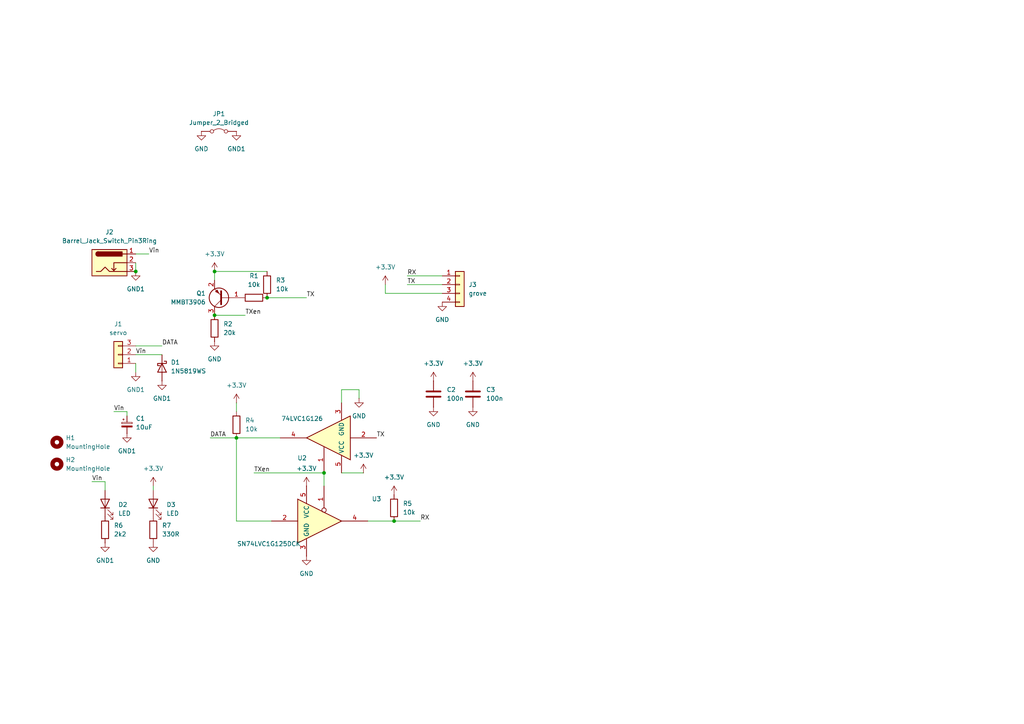
<source format=kicad_sch>
(kicad_sch (version 20250114) (generator "eeschema") (generator_version "9.0")
  (paper "A4")
  (lib_symbols
    (symbol "74xGxx:74LVC1G126"
      (property "Reference" "U" (at 2.54 7.62 0))
      (property "Value" "74LVC1G126" (at 2.54 -7.62 0))
      (symbol "74LVC1G126_0_1"
        (polyline (pts (xy -7.62 6.35) (xy -7.62 -6.35) (xy 5.08 0) (xy -7.62 6.35)) (stroke (width 0.254)) (fill (type background)))
      )
      (symbol "74LVC1G126_1_1"
        (pin input line (at -15.24 0 0) (length 7.62) (name "~") (number "2"))
        (pin power_in line (at -5.08 10.16 270) (length 5.08) (name "VCC") (number "5"))
        (pin power_in line (at -5.08 -10.16 90) (length 5.08) (name "GND") (number "3"))
        (pin input line (at 0 10.16 270) (length 7.62) (name "~") (number "1"))
        (pin tri_state line (at 12.7 0 180) (length 7.62) (name "~") (number "4"))
      )
    )
    (symbol "74xGxx:SN74LVC1G125DCK"
      (property "Reference" "U" (at -10.16 7.62 0))
      (property "Value" "SN74LVC1G125DCK" (at 2.54 -7.62 0))
      (symbol "SN74LVC1G125DCK_0_1"
        (polyline (pts (xy -7.62 6.35) (xy -7.62 -6.35) (xy 5.08 0) (xy -7.62 6.35)) (stroke (width 0.254)) (fill (type background)))
      )
      (symbol "SN74LVC1G125DCK_1_1"
        (pin input line (at -15.24 0 0) (length 7.62) (name "~") (number "2"))
        (pin power_in line (at -5.08 10.16 270) (length 5.08) (name "VCC") (number "5"))
        (pin power_in line (at -5.08 -10.16 90) (length 5.08) (name "GND") (number "3"))
        (pin input inverted (at 0 10.16 270) (length 7.62) (name "~") (number "1"))
        (pin tri_state line (at 12.7 0 180) (length 7.62) (name "~") (number "4"))
      )
    )
    (symbol "Connector:Barrel_Jack_Switch_Pin3Ring" (pin_names (hide yes))
      (property "Reference" "J" (at 0 5.334 0))
      (property "Value" "Barrel_Jack_Switch_Pin3Ring" (at 0 -5.08 0))
      (symbol "Barrel_Jack_Switch_Pin3Ring_0_1"
        (rectangle (start -5.08 3.81) (end 5.08 -3.81) (stroke (width 0.254)) (fill (type background)))
        (polyline (pts (xy -3.81 -2.54) (xy -2.54 -2.54) (xy -1.27 -1.27) (xy 0 -2.54) (xy 2.54 -2.54) (xy 5.08 -2.54)) (stroke (width 0.254)))
        (arc (start -3.302 1.905) (mid -3.9343 2.54) (end -3.302 3.175) (stroke (width 0.254)))
        (arc (start -3.302 1.905) (mid -3.9343 2.54) (end -3.302 3.175) (stroke (width 0.254)) (fill (type outline)))
        (polyline (pts (xy 1.27 -2.286) (xy 1.905 -1.651)) (stroke (width 0.254)))
        (rectangle (start 3.683 3.175) (end -3.302 1.905) (stroke (width 0.254)) (fill (type outline)))
        (polyline (pts (xy 5.08 2.54) (xy 3.81 2.54)) (stroke (width 0.254)))
        (polyline (pts (xy 5.08 0) (xy 1.27 0) (xy 1.27 -2.286) (xy 0.635 -1.651)) (stroke (width 0.254)))
      )
      (symbol "Barrel_Jack_Switch_Pin3Ring_1_1"
        (pin passive line (at 7.62 2.54 180) (length 2.54) (name "~") (number "1"))
        (pin passive line (at 7.62 0 180) (length 2.54) (name "~") (number "2"))
        (pin passive line (at 7.62 -2.54 180) (length 2.54) (name "~") (number "3"))
      )
    )
    (symbol "Connector_Generic:Conn_01x03" (pin_names (offset 1.016) (hide yes))
      (property "Reference" "J" (at 0 5.08 0))
      (property "Value" "Conn_01x03" (at 0 -5.08 0))
      (symbol "Conn_01x03_1_1"
        (rectangle (start -1.27 3.81) (end 1.27 -3.81) (stroke (width 0.254)) (fill (type background)))
        (rectangle (start -1.27 2.667) (end 0 2.413) (stroke (width 0.1524)))
        (rectangle (start -1.27 0.127) (end 0 -0.127) (stroke (width 0.1524)))
        (rectangle (start -1.27 -2.413) (end 0 -2.667) (stroke (width 0.1524)))
        (pin passive line (at -5.08 2.54 0) (length 3.81) (name "Pin_1") (number "1"))
        (pin passive line (at -5.08 0 0) (length 3.81) (name "Pin_2") (number "2"))
        (pin passive line (at -5.08 -2.54 0) (length 3.81) (name "Pin_3") (number "3"))
      )
    )
    (symbol "Connector_Generic:Conn_01x04" (pin_names (offset 1.016) (hide yes))
      (property "Reference" "J" (at 0 5.08 0))
      (property "Value" "Conn_01x04" (at 0 -7.62 0))
      (symbol "Conn_01x04_1_1"
        (rectangle (start -1.27 3.81) (end 1.27 -6.35) (stroke (width 0.254)) (fill (type background)))
        (rectangle (start -1.27 2.667) (end 0 2.413) (stroke (width 0.1524)))
        (rectangle (start -1.27 0.127) (end 0 -0.127) (stroke (width 0.1524)))
        (rectangle (start -1.27 -2.413) (end 0 -2.667) (stroke (width 0.1524)))
        (rectangle (start -1.27 -4.953) (end 0 -5.207) (stroke (width 0.1524)))
        (pin passive line (at -5.08 2.54 0) (length 3.81) (name "Pin_1") (number "1"))
        (pin passive line (at -5.08 0 0) (length 3.81) (name "Pin_2") (number "2"))
        (pin passive line (at -5.08 -2.54 0) (length 3.81) (name "Pin_3") (number "3"))
        (pin passive line (at -5.08 -5.08 0) (length 3.81) (name "Pin_4") (number "4"))
      )
    )
    (symbol "Device:C" (pin_numbers (hide yes)) (pin_names (offset 0.254))
      (property "Reference" "C" (at 0.635 2.54 0))
      (property "Value" "C" (at 0.635 -2.54 0))
      (symbol "C_0_1"
        (polyline (pts (xy -2.032 0.762) (xy 2.032 0.762)) (stroke (width 0.508)))
        (polyline (pts (xy -2.032 -0.762) (xy 2.032 -0.762)) (stroke (width 0.508)))
      )
      (symbol "C_1_1"
        (pin passive line (at 0 3.81 270) (length 2.794) (name "~") (number "1"))
        (pin passive line (at 0 -3.81 90) (length 2.794) (name "~") (number "2"))
      )
    )
    (symbol "Device:C_Polarized_Small" (pin_numbers (hide yes)) (pin_names (offset 0.254) (hide yes))
      (property "Reference" "C" (at 0.254 1.778 0))
      (property "Value" "C_Polarized_Small" (at 0.254 -2.032 0))
      (symbol "C_Polarized_Small_0_1"
        (rectangle (start -1.524 0.6858) (end 1.524 0.3048))
        (rectangle (start -1.524 -0.3048) (end 1.524 -0.6858) (fill (type outline)))
        (polyline (pts (xy -1.27 1.524) (xy -0.762 1.524)))
        (polyline (pts (xy -1.016 1.27) (xy -1.016 1.778)))
      )
      (symbol "C_Polarized_Small_1_1"
        (pin passive line (at 0 2.54 270) (length 1.8542) (name "~") (number "1"))
        (pin passive line (at 0 -2.54 90) (length 1.8542) (name "~") (number "2"))
      )
    )
    (symbol "Device:LED" (pin_numbers (hide yes)) (pin_names (offset 1.016) (hide yes))
      (property "Reference" "D" (at 0 2.54 0))
      (property "Value" "LED" (at 0 -2.54 0))
      (symbol "LED_0_1"
        (polyline (pts (xy -3.048 -0.762) (xy -4.572 -2.286) (xy -3.81 -2.286) (xy -4.572 -2.286) (xy -4.572 -1.524)))
        (polyline (pts (xy -1.778 -0.762) (xy -3.302 -2.286) (xy -2.54 -2.286) (xy -3.302 -2.286) (xy -3.302 -1.524)))
        (polyline (pts (xy -1.27 0) (xy 1.27 0)))
        (polyline (pts (xy -1.27 -1.27) (xy -1.27 1.27)) (stroke (width 0.254)))
        (polyline (pts (xy 1.27 -1.27) (xy 1.27 1.27) (xy -1.27 0) (xy 1.27 -1.27)) (stroke (width 0.254)))
      )
      (symbol "LED_1_1"
        (pin passive line (at -3.81 0 0) (length 2.54) (name "K") (number "1"))
        (pin passive line (at 3.81 0 180) (length 2.54) (name "A") (number "2"))
      )
    )
    (symbol "Device:R" (pin_numbers (hide yes)) (pin_names (offset 0))
      (property "Reference" "R" (at 2.032 0 90))
      (property "Value" "R" (at 0 0 90))
      (symbol "R_0_1"
        (rectangle (start -1.016 -2.54) (end 1.016 2.54) (stroke (width 0.254)))
      )
      (symbol "R_1_1"
        (pin passive line (at 0 3.81 270) (length 1.27) (name "~") (number "1"))
        (pin passive line (at 0 -3.81 90) (length 1.27) (name "~") (number "2"))
      )
    )
    (symbol "Diode:1N5819WS" (pin_numbers (hide yes)) (pin_names (offset 1.016) (hide yes))
      (property "Reference" "D" (at 0 2.54 0))
      (property "Value" "1N5819WS" (at 0 -2.54 0))
      (symbol "1N5819WS_0_1"
        (polyline (pts (xy -1.905 0.635) (xy -1.905 1.27) (xy -1.27 1.27) (xy -1.27 -1.27) (xy -0.635 -1.27) (xy -0.635 -0.635)) (stroke (width 0.254)))
        (polyline (pts (xy 1.27 1.27) (xy 1.27 -1.27) (xy -1.27 0) (xy 1.27 1.27)) (stroke (width 0.254)))
        (polyline (pts (xy 1.27 0) (xy -1.27 0)))
      )
      (symbol "1N5819WS_1_1"
        (pin passive line (at -3.81 0 0) (length 2.54) (name "K") (number "1"))
        (pin passive line (at 3.81 0 180) (length 2.54) (name "A") (number "2"))
      )
    )
    (symbol "Jumper:Jumper_2_Bridged" (pin_numbers (hide yes)) (pin_names (offset 0) (hide yes))
      (property "Reference" "JP" (at 0 1.905 0))
      (property "Value" "Jumper_2_Bridged" (at 0 -2.54 0))
      (symbol "Jumper_2_Bridged_0_0"
        (circle (center -2.032 0) (radius 0.508))
        (circle (center 2.032 0) (radius 0.508))
      )
      (symbol "Jumper_2_Bridged_0_1"
        (arc (start -1.524 0.254) (mid 0 0.762) (end 1.524 0.254))
      )
      (symbol "Jumper_2_Bridged_1_1"
        (pin passive line (at -5.08 0 0) (length 2.54) (name "A") (number "1"))
        (pin passive line (at 5.08 0 180) (length 2.54) (name "B") (number "2"))
      )
    )
    (symbol "Mechanical:MountingHole" (pin_names (offset 1.016)) (in_bom no)
      (property "Reference" "H" (at 0 5.08 0))
      (property "Value" "MountingHole" (at 0 3.175 0))
      (symbol "MountingHole_0_1"
        (circle (center 0 0) (radius 1.27) (stroke (width 1.27)))
      )
    )
    (symbol "Transistor_BJT:MMBT3906" (pin_names (offset 0) (hide yes))
      (property "Reference" "Q" (at 5.08 1.905 0))
      (property "Value" "MMBT3906" (at 5.08 0 0))
      (symbol "MMBT3906_0_1"
        (polyline (pts (xy -2.54 0) (xy 0.635 0)))
        (polyline (pts (xy 0.635 1.905) (xy 0.635 -1.905)) (stroke (width 0.508)))
        (polyline (pts (xy 0.635 0.635) (xy 2.54 2.54)))
        (polyline (pts (xy 0.635 -0.635) (xy 2.54 -2.54)))
        (circle (center 1.27 0) (radius 2.8194) (stroke (width 0.254)))
        (polyline (pts (xy 2.286 -1.778) (xy 1.778 -2.286) (xy 1.27 -1.27) (xy 2.286 -1.778)) (fill (type outline)))
      )
      (symbol "MMBT3906_1_1"
        (pin input line (at -5.08 0 0) (length 2.54) (name "B") (number "1"))
        (pin passive line (at 2.54 5.08 270) (length 2.54) (name "C") (number "3"))
        (pin passive line (at 2.54 -5.08 90) (length 2.54) (name "E") (number "2"))
      )
    )
    (symbol "power:+3.3V" (power) (pin_numbers (hide yes)) (pin_names (offset 0) (hide yes))
      (property "Value" "+3.3V" (at 0 3.556 0))
      (symbol "+3.3V_0_1"
        (polyline (pts (xy -0.762 1.27) (xy 0 2.54)))
        (polyline (pts (xy 0 2.54) (xy 0.762 1.27)))
        (polyline (pts (xy 0 0) (xy 0 2.54)))
      )
      (symbol "+3.3V_1_1"
        (pin power_in line (at 0 0 90) (length 0) (name "~") (number "1"))
      )
    )
    (symbol "power:GND" (power) (pin_numbers (hide yes)) (pin_names (offset 0) (hide yes))
      (property "Value" "GND" (at 0 -3.81 0))
      (symbol "GND_0_1"
        (polyline (pts (xy 0 0) (xy 0 -1.27) (xy 1.27 -1.27) (xy 0 -2.54) (xy -1.27 -1.27) (xy 0 -1.27)))
      )
      (symbol "GND_1_1"
        (pin power_in line (at 0 0 270) (length 0) (name "~") (number "1"))
      )
    )
    (symbol "power:GND1" (power) (pin_numbers (hide yes)) (pin_names (offset 0) (hide yes))
      (property "Value" "GND1" (at 0 -3.81 0))
      (symbol "GND1_0_1"
        (polyline (pts (xy 0 0) (xy 0 -1.27) (xy 1.27 -1.27) (xy 0 -2.54) (xy -1.27 -1.27) (xy 0 -1.27)))
      )
      (symbol "GND1_1_1"
        (pin power_in line (at 0 0 270) (length 0) (name "~") (number "1"))
      )
    )
  )
  (junction (at 39.37 78.74))
  (junction (at 62.23 78.74))
  (junction (at 68.58 127))
  (junction (at 93.98 137.16))
  (junction (at 62.23 91.44))
  (junction (at 77.47 86.36))
  (junction (at 114.3 151.13))
  (wire (pts (xy 62.23 78.74) (xy 77.47 78.74)))
  (wire (pts (xy 106.68 151.13) (xy 114.3 151.13)))
  (wire (pts (xy 68.58 127) (xy 81.28 127)))
  (wire (pts (xy 33.02 119.38) (xy 36.83 119.38)))
  (wire (pts (xy 39.37 73.66) (xy 43.18 73.66)))
  (wire (pts (xy 77.47 86.36) (xy 88.9 86.36)))
  (wire (pts (xy 68.58 127) (xy 68.58 151.13)))
  (wire (pts (xy 93.98 137.16) (xy 93.98 140.97)))
  (wire (pts (xy 62.23 78.74) (xy 62.23 81.28)))
  (wire (pts (xy 128.27 85.09) (xy 111.76 85.09)))
  (wire (pts (xy 68.58 116.84) (xy 68.58 119.38)))
  (wire (pts (xy 26.67 139.7) (xy 30.48 139.7)))
  (wire (pts (xy 99.06 116.84) (xy 99.06 113.03)))
  (wire (pts (xy 39.37 105.41) (xy 39.37 107.95)))
  (wire (pts (xy 30.48 142.24) (xy 30.48 139.7)))
  (wire (pts (xy 118.11 80.01) (xy 128.27 80.01)))
  (wire (pts (xy 60.96 127) (xy 68.58 127)))
  (wire (pts (xy 73.66 137.16) (xy 93.98 137.16)))
  (wire (pts (xy 111.76 82.55) (xy 111.76 85.09)))
  (wire (pts (xy 99.06 137.16) (xy 105.41 137.16)))
  (wire (pts (xy 39.37 100.33) (xy 46.99 100.33)))
  (wire (pts (xy 114.3 151.13) (xy 121.92 151.13)))
  (wire (pts (xy 39.37 76.2) (xy 39.37 78.74)))
  (wire (pts (xy 62.23 91.44) (xy 71.12 91.44)))
  (wire (pts (xy 39.37 102.87) (xy 46.99 102.87)))
  (wire (pts (xy 118.11 82.55) (xy 128.27 82.55)))
  (wire (pts (xy 44.45 140.97) (xy 44.45 142.24)))
  (wire (pts (xy 104.14 113.03) (xy 104.14 115.57)))
  (wire (pts (xy 36.83 120.65) (xy 36.83 119.38)))
  (wire (pts (xy 99.06 113.03) (xy 104.14 113.03)))
  (wire (pts (xy 68.58 151.13) (xy 78.74 151.13)))
  (label "RX" (at 121.92 151.13 0))
  (label "TX" (at 118.11 82.55 0))
  (label "DATA" (at 60.96 127 0))
  (label "Vin" (at 39.37 102.87 0))
  (label "Vin" (at 33.02 119.38 0))
  (label "TX" (at 109.22 127 0))
  (label "Vin" (at 43.18 73.66 0))
  (label "TXen" (at 71.12 91.44 0))
  (label "TXen" (at 73.66 137.16 0))
  (label "Vin" (at 26.67 139.7 0))
  (label "RX" (at 118.11 80.01 0))
  (label "TX" (at 88.9 86.36 0))
  (label "DATA" (at 46.99 100.33 0))
  (symbol (lib_id "power:+3.3V") (at 137.16 110.49 0) (unit 1)
    (property "Reference" "#PWR019" (effects (hide yes)))
    (property "Value" "+3.3V" (at 137.16 105.41 0))
    (property "Description" "Power symbol creates a global label with name \"+3.3V\"" (effects (hide yes)))
  )
  (symbol (lib_id "power:GND1") (at 36.83 125.73 0) (unit 1)
    (property "Reference" "#PWR05" (effects (hide yes)))
    (property "Value" "GND1" (at 36.83 130.81 0))
    (property "Description" "Power symbol creates a global label with name \"GND1\" , ground" (effects (hide yes)))
  )
  (symbol (lib_id "power:+3.3V") (at 62.23 78.74 0) (unit 1)
    (property "Reference" "#PWR02" (effects (hide yes)))
    (property "Value" "+3.3V" (at 62.23 73.66 0))
    (property "Description" "Power symbol creates a global label with name \"+3.3V\"" (effects (hide yes)))
  )
  (symbol (lib_id "Device:R") (at 62.23 95.25 0) (unit 1)
    (property "Reference" "R2" (at 64.77 93.9799 0) (effects (justify left)))
    (property "Value" "20k" (at 64.77 96.5199 0) (effects (justify left)))
    (property "Footprint" "Resistor_SMD:R_0603_1608Metric_Pad0.98x0.95mm_HandSolder" (effects (hide yes)))
    (property "Description" "Resistor" (effects (hide yes)))
  )
  (symbol (lib_id "Jumper:Jumper_2_Bridged") (at 63.5 38.1 0) (unit 1)
    (property "Reference" "JP1" (at 63.5 33.02 0))
    (property "Value" "Jumper_2_Bridged" (at 63.5 35.56 0))
    (property "Footprint" "Jumper:SolderJumper-2_P1.3mm_Bridged_Pad1.0x1.5mm" (effects (hide yes)))
    (property "Description" "Jumper, 2-pole, closed/bridged" (effects (hide yes)))
  )
  (symbol (lib_id "power:+3.3V") (at 88.9 140.97 0) (unit 1)
    (property "Reference" "#PWR08" (effects (hide yes)))
    (property "Value" "+3.3V" (at 88.9 135.89 0))
    (property "Description" "Power symbol creates a global label with name \"+3.3V\"" (effects (hide yes)))
  )
  (symbol (lib_id "Device:LED") (at 30.48 146.05 90) (unit 1)
    (property "Reference" "D2" (at 34.29 146.3674 90) (effects (justify right)))
    (property "Value" "LED" (at 34.29 148.9074 90) (effects (justify right)))
    (property "Footprint" "LED_SMD:LED_0603_1608Metric_Pad1.05x0.95mm_HandSolder" (effects (hide yes)))
    (property "Description" "Light emitting diode" (effects (hide yes)))
    (property "Sim.Pins" "1=K 2=A" (effects (hide yes)))
  )
  (symbol (lib_id "power:+3.3V") (at 125.73 110.49 0) (unit 1)
    (property "Reference" "#PWR018" (effects (hide yes)))
    (property "Value" "+3.3V" (at 125.73 105.41 0))
    (property "Description" "Power symbol creates a global label with name \"+3.3V\"" (effects (hide yes)))
  )
  (symbol (lib_id "Connector_Generic:Conn_01x03") (at 34.29 102.87 180) (unit 1)
    (property "Reference" "J1" (at 34.29 93.98 0))
    (property "Value" "servo" (at 34.29 96.52 0))
    (property "Footprint" "Connector_Molex:Molex_SPOX_5267-03A_1x03_P2.50mm_Vertical" (effects (hide yes)))
    (property "Description" "Generic connector, single row, 01x03, script generated (kicad-library-utils/schlib/autogen/connector/)" (effects (hide yes)))
  )
  (symbol (lib_id "Diode:1N5819WS") (at 46.99 106.68 270) (unit 1)
    (property "Reference" "D1" (at 49.53 105.0924 90) (effects (justify left)))
    (property "Value" "1N5819WS" (at 49.53 107.6324 90) (effects (justify left)))
    (property "Footprint" "Diode_SMD:D_SOD-323" (effects (hide yes)))
    (property "Datasheet" "https://datasheet.lcsc.com/lcsc/2204281430_Guangdong-Hottech-1N5819WS_C191023.pdf" (effects (hide yes)))
    (property "Description" "40V 600mV@1A 1A SOD-323 Schottky Barrier Diodes, SOD-323" (effects (hide yes)))
  )
  (symbol (lib_id "power:+3.3V") (at 105.41 137.16 0) (unit 1)
    (property "Reference" "#PWR09" (effects (hide yes)))
    (property "Value" "+3.3V" (at 105.41 132.08 0))
    (property "Description" "Power symbol creates a global label with name \"+3.3V\"" (effects (hide yes)))
  )
  (symbol (lib_id "Mechanical:MountingHole") (at 16.51 134.62 0) (unit 1) (in_bom no)
    (property "Reference" "H2" (at 19.05 133.3499 0) (effects (justify left)))
    (property "Value" "MountingHole" (at 19.05 135.8899 0) (effects (justify left)))
    (property "Footprint" "MountingHole:MountingHole_2.2mm_M2_DIN965" (effects (hide yes)))
    (property "Description" "Mounting Hole without connection" (effects (hide yes)))
  )
  (symbol (lib_id "power:+3.3V") (at 68.58 116.84 0) (unit 1)
    (property "Reference" "#PWR07" (effects (hide yes)))
    (property "Value" "+3.3V" (at 68.58 111.76 0))
    (property "Description" "Power symbol creates a global label with name \"+3.3V\"" (effects (hide yes)))
  )
  (symbol (lib_id "Device:C") (at 125.73 114.3 0) (unit 1)
    (property "Reference" "C2" (at 129.54 113.0299 0) (effects (justify left)))
    (property "Value" "100n" (at 129.54 115.5699 0) (effects (justify left)))
    (property "Footprint" "Capacitor_SMD:C_0603_1608Metric_Pad1.08x0.95mm_HandSolder" (effects (hide yes)))
    (property "Description" "Unpolarized capacitor" (effects (hide yes)))
  )
  (symbol (lib_id "power:GND") (at 44.45 157.48 0) (unit 1)
    (property "Reference" "#PWR015" (effects (hide yes)))
    (property "Value" "GND" (at 44.45 162.56 0))
    (property "Description" "Power symbol creates a global label with name \"GND\" , ground" (effects (hide yes)))
  )
  (symbol (lib_id "power:GND") (at 128.27 87.63 0) (unit 1)
    (property "Reference" "#PWR014" (effects (hide yes)))
    (property "Value" "GND" (at 128.27 92.71 0))
    (property "Description" "Power symbol creates a global label with name \"GND\" , ground" (effects (hide yes)))
  )
  (symbol (lib_id "Device:R") (at 77.47 82.55 0) (unit 1)
    (property "Reference" "R3" (at 80.01 81.2799 0) (effects (justify left)))
    (property "Value" "10k" (at 80.01 83.8199 0) (effects (justify left)))
    (property "Footprint" "Resistor_SMD:R_0603_1608Metric_Pad0.98x0.95mm_HandSolder" (effects (hide yes)))
    (property "Description" "Resistor" (effects (hide yes)))
  )
  (symbol (lib_id "74xGxx:SN74LVC1G125DCK") (at 93.98 151.13 0) (unit 1)
    (property "Reference" "U3" (at 109.22 144.7098 0))
    (property "Value" "SN74LVC1G125DCK" (at 77.978 157.734 0))
    (property "Footprint" "Package_TO_SOT_SMD:SOT-353_SC-70-5_Handsoldering" (effects (hide yes)))
    (property "Datasheet" "http://www.ti.com/lit/ds/symlink/sn74lvc1g125.pdf" (effects (hide yes)))
    (property "Description" "Single Buffer Gate Tri-State, Low-Voltage CMOS, SOT-353" (effects (hide yes)))
  )
  (symbol (lib_id "power:GND1") (at 30.48 157.48 0) (unit 1)
    (property "Reference" "#PWR06" (effects (hide yes)))
    (property "Value" "GND1" (at 30.48 162.56 0))
    (property "Description" "Power symbol creates a global label with name \"GND1\" , ground" (effects (hide yes)))
  )
  (symbol (lib_id "power:+3.3V") (at 111.76 82.55 0) (unit 1)
    (property "Reference" "#PWR013" (effects (hide yes)))
    (property "Value" "+3.3V" (at 111.76 77.47 0))
    (property "Description" "Power symbol creates a global label with name \"+3.3V\"" (effects (hide yes)))
  )
  (symbol (lib_id "power:GND") (at 58.42 38.1 0) (unit 1)
    (property "Reference" "#PWR022" (effects (hide yes)))
    (property "Value" "GND" (at 58.42 43.18 0))
    (property "Description" "Power symbol creates a global label with name \"GND\" , ground" (effects (hide yes)))
  )
  (symbol (lib_id "power:GND") (at 62.23 99.06 0) (unit 1)
    (property "Reference" "#PWR01" (effects (hide yes)))
    (property "Value" "GND" (at 62.23 104.14 0))
    (property "Description" "Power symbol creates a global label with name \"GND\" , ground" (effects (hide yes)))
  )
  (symbol (lib_id "Transistor_BJT:MMBT3906") (at 64.77 86.36 180) (unit 1)
    (property "Reference" "Q1" (at 59.69 85.0899 0) (effects (justify left)))
    (property "Value" "MMBT3906" (at 59.69 87.6299 0) (effects (justify left)))
    (property "Footprint" "Package_TO_SOT_SMD:SOT-23" (effects (hide yes)))
    (property "Datasheet" "https://www.onsemi.com/pdf/datasheet/pzt3906-d.pdf" (effects (hide yes)))
    (property "Description" "-0.2A Ic, -40V Vce, Small Signal PNP Transistor, SOT-23" (effects (hide yes)))
  )
  (symbol (lib_id "Connector:Barrel_Jack_Switch_Pin3Ring") (at 31.75 76.2 0) (unit 1)
    (property "Reference" "J2" (at 31.75 67.31 0))
    (property "Value" "Barrel_Jack_Switch_Pin3Ring" (at 31.75 69.85 0))
    (property "Footprint" "Connector_BarrelJack:BarrelJack_Horizontal" (effects (hide yes)))
    (property "Description" "DC Barrel Jack with an internal switch" (effects (hide yes)))
  )
  (symbol (lib_id "Connector_Generic:Conn_01x04") (at 133.35 82.55 0) (unit 1)
    (property "Reference" "J3" (at 135.89 82.5499 0) (effects (justify left)))
    (property "Value" "grove" (at 135.89 85.0899 0) (effects (justify left)))
    (property "Footprint" "Connector:NS-Tech_Grove_1x04_P2mm_Vertical" (effects (hide yes)))
    (property "Description" "Generic connector, single row, 01x04, script generated (kicad-library-utils/schlib/autogen/connector/)" (effects (hide yes)))
  )
  (symbol (lib_id "Device:LED") (at 44.45 146.05 90) (unit 1)
    (property "Reference" "D3" (at 48.26 146.3674 90) (effects (justify right)))
    (property "Value" "LED" (at 48.26 148.9074 90) (effects (justify right)))
    (property "Footprint" "LED_SMD:LED_0603_1608Metric_Pad1.05x0.95mm_HandSolder" (effects (hide yes)))
    (property "Description" "Light emitting diode" (effects (hide yes)))
    (property "Sim.Pins" "1=K 2=A" (effects (hide yes)))
  )
  (symbol (lib_id "power:GND1") (at 46.99 110.49 0) (unit 1)
    (property "Reference" "#PWR04" (effects (hide yes)))
    (property "Value" "GND1" (at 46.99 115.57 0))
    (property "Description" "Power symbol creates a global label with name \"GND1\" , ground" (effects (hide yes)))
  )
  (symbol (lib_id "Device:R") (at 68.58 123.19 0) (unit 1)
    (property "Reference" "R4" (at 71.12 121.9199 0) (effects (justify left)))
    (property "Value" "10k" (at 71.12 124.4599 0) (effects (justify left)))
    (property "Footprint" "Resistor_SMD:R_0603_1608Metric_Pad0.98x0.95mm_HandSolder" (effects (hide yes)))
    (property "Description" "Resistor" (effects (hide yes)))
  )
  (symbol (lib_id "Device:C") (at 137.16 114.3 0) (unit 1)
    (property "Reference" "C3" (at 140.97 113.0299 0) (effects (justify left)))
    (property "Value" "100n" (at 140.97 115.5699 0) (effects (justify left)))
    (property "Footprint" "Capacitor_SMD:C_0603_1608Metric_Pad1.08x0.95mm_HandSolder" (effects (hide yes)))
    (property "Description" "Unpolarized capacitor" (effects (hide yes)))
  )
  (symbol (lib_id "Device:R") (at 44.45 153.67 0) (unit 1)
    (property "Reference" "R7" (at 46.99 152.3999 0) (effects (justify left)))
    (property "Value" "330R" (at 46.99 154.9399 0) (effects (justify left)))
    (property "Footprint" "Resistor_SMD:R_0603_1608Metric_Pad0.98x0.95mm_HandSolder" (effects (hide yes)))
    (property "Description" "Resistor" (effects (hide yes)))
  )
  (symbol (lib_id "Mechanical:MountingHole") (at 16.51 128.27 0) (unit 1) (in_bom no)
    (property "Reference" "H1" (at 19.05 126.9999 0) (effects (justify left)))
    (property "Value" "MountingHole" (at 19.05 129.5399 0) (effects (justify left)))
    (property "Footprint" "MountingHole:MountingHole_2.2mm_M2_DIN965" (effects (hide yes)))
    (property "Description" "Mounting Hole without connection" (effects (hide yes)))
  )
  (symbol (lib_id "Device:C_Polarized_Small") (at 36.83 123.19 0) (unit 1)
    (property "Reference" "C1" (at 39.37 121.3738 0) (effects (justify left)))
    (property "Value" "10uF" (at 39.37 123.9138 0) (effects (justify left)))
    (property "Footprint" "Capacitor_SMD:CP_Elec_5x4.4" (effects (hide yes)))
    (property "Description" "Polarized capacitor, small symbol" (effects (hide yes)))
  )
  (symbol (lib_id "74xGxx:74LVC1G126") (at 93.98 127 180) (unit 1)
    (property "Reference" "U2" (at 87.63 132.842 0))
    (property "Value" "74LVC1G126" (at 87.63 121.412 0))
    (property "Footprint" "Package_TO_SOT_SMD:SOT-353_SC-70-5_Handsoldering" (effects (hide yes)))
    (property "Datasheet" "http://www.ti.com/lit/sg/scyt129e/scyt129e.pdf" (effects (hide yes)))
    (property "Description" "Single Buffer Gate Tri-State, Low-Voltage CMOS" (effects (hide yes)))
  )
  (symbol (lib_id "Device:R") (at 73.66 86.36 90) (unit 1)
    (property "Reference" "R1" (at 73.66 80.01 90))
    (property "Value" "10k" (at 73.66 82.55 90))
    (property "Footprint" "Resistor_SMD:R_0603_1608Metric_Pad0.98x0.95mm_HandSolder" (effects (hide yes)))
    (property "Description" "Resistor" (effects (hide yes)))
  )
  (symbol (lib_id "power:GND1") (at 39.37 107.95 0) (unit 1)
    (property "Reference" "#PWR03" (effects (hide yes)))
    (property "Value" "GND1" (at 39.37 113.03 0))
    (property "Description" "Power symbol creates a global label with name \"GND1\" , ground" (effects (hide yes)))
  )
  (symbol (lib_id "Device:R") (at 30.48 153.67 0) (unit 1)
    (property "Reference" "R6" (at 33.02 152.3999 0) (effects (justify left)))
    (property "Value" "2k2" (at 33.02 154.9399 0) (effects (justify left)))
    (property "Footprint" "Resistor_SMD:R_0603_1608Metric_Pad0.98x0.95mm_HandSolder" (effects (hide yes)))
    (property "Description" "Resistor" (effects (hide yes)))
  )
  (symbol (lib_id "Device:R") (at 114.3 147.32 0) (unit 1)
    (property "Reference" "R5" (at 116.84 146.0499 0) (effects (justify left)))
    (property "Value" "10k" (at 116.84 148.5899 0) (effects (justify left)))
    (property "Footprint" "Resistor_SMD:R_0603_1608Metric_Pad0.98x0.95mm_HandSolder" (effects (hide yes)))
    (property "Description" "Resistor" (effects (hide yes)))
  )
  (symbol (lib_id "power:GND") (at 88.9 161.29 0) (unit 1)
    (property "Reference" "#PWR010" (effects (hide yes)))
    (property "Value" "GND" (at 88.9 166.37 0))
    (property "Description" "Power symbol creates a global label with name \"GND\" , ground" (effects (hide yes)))
  )
  (symbol (lib_id "power:+3.3V") (at 114.3 143.51 0) (unit 1)
    (property "Reference" "#PWR012" (effects (hide yes)))
    (property "Value" "+3.3V" (at 114.3 138.43 0))
    (property "Description" "Power symbol creates a global label with name \"+3.3V\"" (effects (hide yes)))
  )
  (symbol (lib_id "power:+3.3V") (at 44.45 140.97 0) (unit 1)
    (property "Reference" "#PWR017" (effects (hide yes)))
    (property "Value" "+3.3V" (at 44.45 135.89 0))
    (property "Description" "Power symbol creates a global label with name \"+3.3V\"" (effects (hide yes)))
  )
  (symbol (lib_id "power:GND") (at 104.14 115.57 0) (unit 1)
    (property "Reference" "#PWR011" (effects (hide yes)))
    (property "Value" "GND" (at 104.14 120.65 0))
    (property "Description" "Power symbol creates a global label with name \"GND\" , ground" (effects (hide yes)))
  )
  (symbol (lib_id "power:GND1") (at 68.58 38.1 0) (unit 1)
    (property "Reference" "#PWR023" (effects (hide yes)))
    (property "Value" "GND1" (at 68.58 43.18 0))
    (property "Description" "Power symbol creates a global label with name \"GND1\" , ground" (effects (hide yes)))
  )
  (symbol (lib_id "power:GND1") (at 39.37 78.74 0) (unit 1)
    (property "Reference" "#PWR024" (effects (hide yes)))
    (property "Value" "GND1" (at 39.37 83.82 0))
    (property "Description" "Power symbol creates a global label with name \"GND1\" , ground" (effects (hide yes)))
  )
  (symbol (lib_id "power:GND") (at 125.73 118.11 0) (unit 1)
    (property "Reference" "#PWR020" (effects (hide yes)))
    (property "Value" "GND" (at 125.73 123.19 0))
    (property "Description" "Power symbol creates a global label with name \"GND\" , ground" (effects (hide yes)))
  )
  (symbol (lib_id "power:GND") (at 137.16 118.11 0) (unit 1)
    (property "Reference" "#PWR021" (effects (hide yes)))
    (property "Value" "GND" (at 137.16 123.19 0))
    (property "Description" "Power symbol creates a global label with name \"GND\" , ground" (effects (hide yes)))
  )
)
</source>
